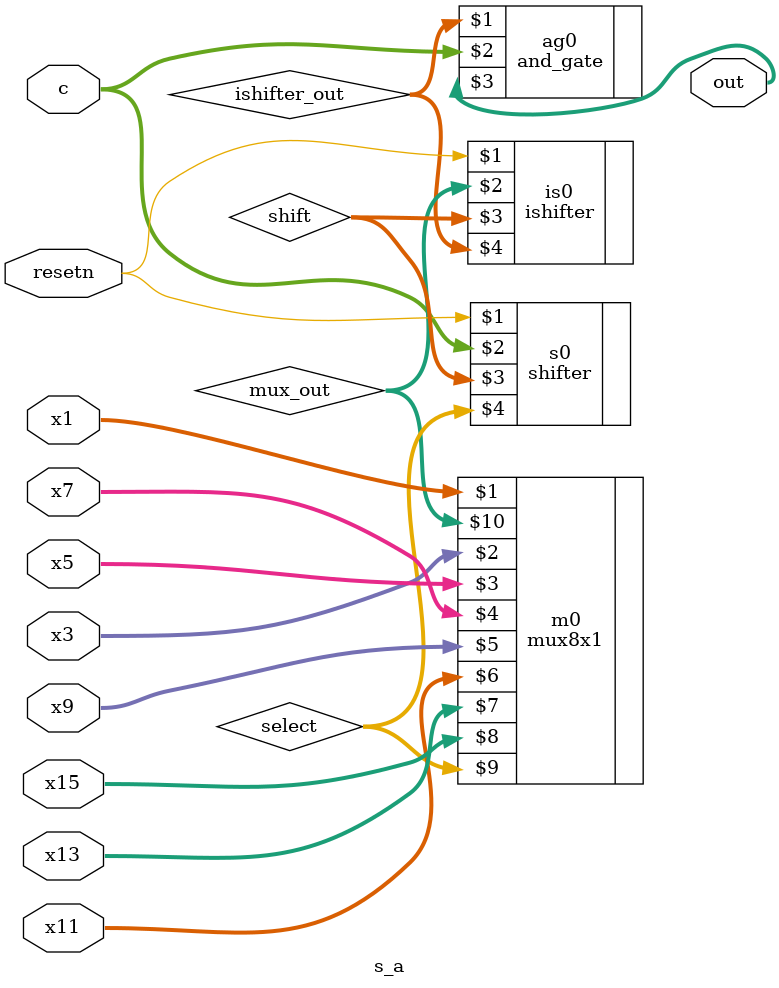
<source format=v>
module s_a(input resetn,
	   input [3:0]c,	
	   input [15:0] x1,x3,x5,x7,x9,x11,x13,x15,
	   output [15:0]out		
	  );
wire [15:0]ishifter_out;
wire [2:0]shift,select;
wire [15:0]mux_out;

mux8x1 m0(x1,x3,x5,x7,x9,x11,x13,x15,select,mux_out);
shifter s0(resetn,c,shift,select);
ishifter is0(resetn, mux_out, shift, ishifter_out);

and_gate ag0(ishifter_out,c,out);

endmodule


</source>
